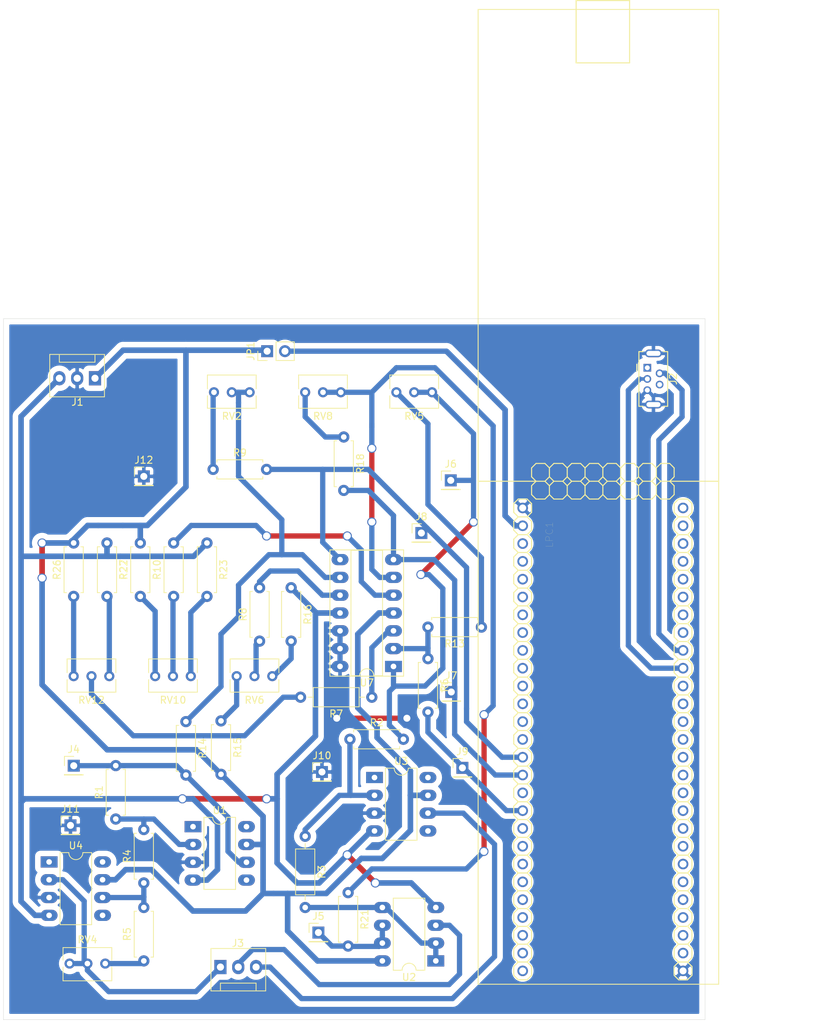
<source format=kicad_pcb>
(kicad_pcb (version 20171130) (host pcbnew "(5.1.10)-1")
  (layers (0 F.Cu signal) (31 B.Cu signal) (34 B.Paste user) (35 F.Paste user) (36 B.SilkS user) (37 F.SilkS user) (38 B.Mask user) (39 F.Mask user) (44 Edge.Cuts user))
  (net 0 "")
  (net 1 +5V)
  (net 2 -5V)
  (net 3 "Net-(J3-Pad3)")
  (net 4 "Net-(J3-Pad2)")
  (net 5 "Net-(J3-Pad1)")
  (net 6 "Net-(R1-Pad1)")
  (net 7 "Net-(R2-Pad1)")
  (net 8 "Net-(R3-Pad2)")
  (net 9 "Net-(R4-Pad1)")
  (net 10 "Net-(R7-Pad1)")
  (net 11 "Net-(R8-Pad1)")
  (net 12 "Net-(R8-Pad2)")
  (net 13 "Net-(R9-Pad1)")
  (net 14 "Net-(R10-Pad1)")
  (net 15 "Net-(R13-Pad2)")
  (net 16 "Net-(R13-Pad1)")
  (net 17 "Net-(R14-Pad1)")
  (net 18 "Net-(R15-Pad1)")
  (net 19 "Net-(R16-Pad2)")
  (net 20 "Net-(R18-Pad1)")
  (net 21 "Net-(R21-Pad1)")
  (net 22 "Net-(R22-Pad1)")
  (net 23 "Net-(R23-Pad2)")
  (net 24 /salida_dac/VIN)
  (net 25 /salida_dac/I_IN)
  (net 26 /salida_dac/V_IN)
  (net 27 GND)
  (net 28 "Net-(R7-Pad2)")
  (net 29 "Net-(R26-Pad1)")
  (net 30 "Net-(R27-Pad2)")
  (net 31 "Net-(J2-Pad2)")
  (net 32 "Net-(J2-Pad3)")
  (net 33 /LPC/DAC)
  (net 34 /LPC/ADC0)
  (net 35 /LPC/ADC1)
  (net 36 "Net-(R10-Pad2)")
  (net 37 "Net-(R5-Pad1)")
  (net 38 "Net-(J2-Pad1)")
  (net 39 "Net-(J2-Pad4)")
  (net 40 "Net-(LPC1-Pad53)")
  (net 41 "Net-(LPC1-Pad52)")
  (net 42 "Net-(LPC1-Pad51)")
  (net 43 "Net-(LPC1-Pad50)")
  (net 44 "Net-(LPC1-Pad49)")
  (net 45 "Net-(LPC1-Pad48)")
  (net 46 "Net-(LPC1-Pad47)")
  (net 47 "Net-(LPC1-Pad46)")
  (net 48 "Net-(LPC1-Pad45)")
  (net 49 "Net-(LPC1-Pad44)")
  (net 50 "Net-(LPC1-Pad43)")
  (net 51 "Net-(LPC1-Pad42)")
  (net 52 "Net-(LPC1-Pad41)")
  (net 53 "Net-(LPC1-Pad40)")
  (net 54 "Net-(LPC1-Pad39)")
  (net 55 "Net-(LPC1-Pad38)")
  (net 56 "Net-(LPC1-Pad35)")
  (net 57 "Net-(LPC1-Pad34)")
  (net 58 "Net-(LPC1-Pad33)")
  (net 59 "Net-(LPC1-Pad32)")
  (net 60 "Net-(LPC1-Pad31)")
  (net 61 "Net-(LPC1-Pad30)")
  (net 62 "Net-(LPC1-Pad29)")
  (net 63 "Net-(LPC1-Pad28)")
  (net 64 "Net-(LPC1-Pad27)")
  (net 65 "Net-(LPC1-Pad26)")
  (net 66 "Net-(LPC1-Pad25)")
  (net 67 "Net-(LPC1-Pad24)")
  (net 68 "Net-(LPC1-Pad23)")
  (net 69 "Net-(LPC1-Pad22)")
  (net 70 "Net-(LPC1-Pad21)")
  (net 71 "Net-(LPC1-Pad20)")
  (net 72 "Net-(LPC1-Pad19)")
  (net 73 "Net-(LPC1-Pad17)")
  (net 74 "Net-(LPC1-Pad14)")
  (net 75 "Net-(LPC1-Pad13)")
  (net 76 "Net-(LPC1-Pad12)")
  (net 77 "Net-(LPC1-Pad11)")
  (net 78 "Net-(LPC1-Pad10)")
  (net 79 "Net-(LPC1-Pad9)")
  (net 80 "Net-(LPC1-Pad8)")
  (net 81 "Net-(LPC1-Pad7)")
  (net 82 "Net-(LPC1-Pad6)")
  (net 83 "Net-(LPC1-Pad5)")
  (net 84 "Net-(LPC1-Pad4)")
  (net 85 "Net-(LPC1-Pad3)")
  (net 86 "Net-(U1-Pad8)")
  (net 87 "Net-(U1-Pad5)")
  (net 88 "Net-(U1-Pad1)")
  (net 89 "Net-(U3-Pad1)")
  (net 90 "Net-(U3-Pad5)")
  (net 91 "Net-(U3-Pad8)")
  (net 92 "Net-(U4-Pad8)")
  (net 93 "Net-(U4-Pad5)")
  (net 94 "Net-(U4-Pad1)")
  (net 95 "Net-(JP1-Pad2)")
  (module Connector_USB:USB_Mini-B_Tensility_54-00023_Vertical (layer F.Cu) (at 164.6566 61.99 270)
    (fp_text reference J2 (at 1.6 -3.7 270) (layer F.SilkS))
    (fp_text value USB_B_Micro)
    (pad 1 thru_hole rect (at 0 0 270) (size 1.1 1.1) (drill 0.7) (layers *.Cu *.Mask) (net 38 "Net-(J2-Pad1)"))
    (pad 2 thru_hole circle (at 0.8 -1.75 270) (size 1.1 1.1) (drill 0.7) (layers *.Cu *.Mask) (net 31 "Net-(J2-Pad2)"))
    (pad 3 thru_hole circle (at 1.6 0 270) (size 1.1 1.1) (drill 0.7) (layers *.Cu *.Mask) (net 32 "Net-(J2-Pad3)"))
    (pad 4 thru_hole circle (at 2.4 -1.75 270) (size 1.1 1.1) (drill 0.7) (layers *.Cu *.Mask) (net 39 "Net-(J2-Pad4)"))
    (pad 5 thru_hole circle (at 3.2 0 270) (size 1.1 1.1) (drill 0.7) (layers *.Cu *.Mask) (net 27 GND))
    (pad 6 thru_hole oval (at -2.05 -0.875 270) (size 1.1 2.4) (drill oval 0.7 2) (layers *.Cu *.Mask) (net 27 GND))
    (pad 6 thru_hole oval (at 5.25 -0.875 270) (size 1.1 2.4) (drill oval 0.7 2) (layers *.Cu *.Mask) (net 27 GND))
  )
  (module LPC:LPCXPRESSO_LPC1769 (layer F.Cu) (at 152.6048 48.3394 270)
    (fp_text reference LPC1 (at 37.465 1.905 270) (layer F.SilkS) (effects (font (thickness 0.015))))
    (fp_text value LPCXPRESSO_LPC1769)
    (pad 54 thru_hole circle (at 99.695 -17.145 270) (size 1.508 1.508) (drill 1) (layers *.Cu *.Mask) (net 27 GND))
    (pad 53 thru_hole circle (at 97.155 -17.145 270) (size 1.508 1.508) (drill 1) (layers *.Cu *.Mask) (net 40 "Net-(LPC1-Pad53)"))
    (pad 52 thru_hole circle (at 94.615 -17.145 270) (size 1.508 1.508) (drill 1) (layers *.Cu *.Mask) (net 41 "Net-(LPC1-Pad52)"))
    (pad 51 thru_hole circle (at 92.075 -17.145 270) (size 1.508 1.508) (drill 1) (layers *.Cu *.Mask) (net 42 "Net-(LPC1-Pad51)"))
    (pad 50 thru_hole circle (at 89.535 -17.145 270) (size 1.508 1.508) (drill 1) (layers *.Cu *.Mask) (net 43 "Net-(LPC1-Pad50)"))
    (pad 49 thru_hole circle (at 86.995 -17.145 270) (size 1.508 1.508) (drill 1) (layers *.Cu *.Mask) (net 44 "Net-(LPC1-Pad49)"))
    (pad 48 thru_hole circle (at 84.455 -17.145 270) (size 1.508 1.508) (drill 1) (layers *.Cu *.Mask) (net 45 "Net-(LPC1-Pad48)"))
    (pad 47 thru_hole circle (at 81.915 -17.145 270) (size 1.508 1.508) (drill 1) (layers *.Cu *.Mask) (net 46 "Net-(LPC1-Pad47)"))
    (pad 46 thru_hole circle (at 79.375 -17.145 270) (size 1.508 1.508) (drill 1) (layers *.Cu *.Mask) (net 47 "Net-(LPC1-Pad46)"))
    (pad 45 thru_hole circle (at 76.835 -17.145 270) (size 1.508 1.508) (drill 1) (layers *.Cu *.Mask) (net 48 "Net-(LPC1-Pad45)"))
    (pad 44 thru_hole circle (at 74.295 -17.145 270) (size 1.508 1.508) (drill 1) (layers *.Cu *.Mask) (net 49 "Net-(LPC1-Pad44)"))
    (pad 43 thru_hole circle (at 71.755 -17.145 270) (size 1.508 1.508) (drill 1) (layers *.Cu *.Mask) (net 50 "Net-(LPC1-Pad43)"))
    (pad 42 thru_hole circle (at 69.215 -17.145 270) (size 1.508 1.508) (drill 1) (layers *.Cu *.Mask) (net 51 "Net-(LPC1-Pad42)"))
    (pad 41 thru_hole circle (at 66.675 -17.145 270) (size 1.508 1.508) (drill 1) (layers *.Cu *.Mask) (net 52 "Net-(LPC1-Pad41)"))
    (pad 40 thru_hole circle (at 64.135 -17.145 270) (size 1.508 1.508) (drill 1) (layers *.Cu *.Mask) (net 53 "Net-(LPC1-Pad40)"))
    (pad 39 thru_hole circle (at 61.595 -17.145 270) (size 1.508 1.508) (drill 1) (layers *.Cu *.Mask) (net 54 "Net-(LPC1-Pad39)"))
    (pad 38 thru_hole circle (at 59.055 -17.145 270) (size 1.508 1.508) (drill 1) (layers *.Cu *.Mask) (net 55 "Net-(LPC1-Pad38)"))
    (pad 37 thru_hole circle (at 56.515 -17.145 270) (size 1.508 1.508) (drill 1) (layers *.Cu *.Mask) (net 32 "Net-(J2-Pad3)"))
    (pad 36 thru_hole circle (at 53.975 -17.145 270) (size 1.508 1.508) (drill 1) (layers *.Cu *.Mask) (net 31 "Net-(J2-Pad2)"))
    (pad 35 thru_hole circle (at 51.435 -17.145 270) (size 1.508 1.508) (drill 1) (layers *.Cu *.Mask) (net 56 "Net-(LPC1-Pad35)"))
    (pad 34 thru_hole circle (at 48.895 -17.145 270) (size 1.508 1.508) (drill 1) (layers *.Cu *.Mask) (net 57 "Net-(LPC1-Pad34)"))
    (pad 33 thru_hole circle (at 46.355 -17.145 270) (size 1.508 1.508) (drill 1) (layers *.Cu *.Mask) (net 58 "Net-(LPC1-Pad33)"))
    (pad 32 thru_hole circle (at 43.815 -17.145 270) (size 1.508 1.508) (drill 1) (layers *.Cu *.Mask) (net 59 "Net-(LPC1-Pad32)"))
    (pad 31 thru_hole circle (at 41.275 -17.145 270) (size 1.508 1.508) (drill 1) (layers *.Cu *.Mask) (net 60 "Net-(LPC1-Pad31)"))
    (pad 30 thru_hole circle (at 38.735 -17.145 270) (size 1.508 1.508) (drill 1) (layers *.Cu *.Mask) (net 61 "Net-(LPC1-Pad30)"))
    (pad 29 thru_hole circle (at 36.195 -17.145 270) (size 1.508 1.508) (drill 1) (layers *.Cu *.Mask) (net 62 "Net-(LPC1-Pad29)"))
    (pad 28 thru_hole circle (at 33.655 -17.145 270) (size 1.508 1.508) (drill 1) (layers *.Cu *.Mask) (net 63 "Net-(LPC1-Pad28)"))
    (pad 27 thru_hole circle (at 99.695 5.715 270) (size 1.508 1.508) (drill 1) (layers *.Cu *.Mask) (net 64 "Net-(LPC1-Pad27)"))
    (pad 26 thru_hole circle (at 97.155 5.715 270) (size 1.508 1.508) (drill 1) (layers *.Cu *.Mask) (net 65 "Net-(LPC1-Pad26)"))
    (pad 25 thru_hole circle (at 94.615 5.715 270) (size 1.508 1.508) (drill 1) (layers *.Cu *.Mask) (net 66 "Net-(LPC1-Pad25)"))
    (pad 24 thru_hole circle (at 92.075 5.715 270) (size 1.508 1.508) (drill 1) (layers *.Cu *.Mask) (net 67 "Net-(LPC1-Pad24)"))
    (pad 23 thru_hole circle (at 89.535 5.715 270) (size 1.508 1.508) (drill 1) (layers *.Cu *.Mask) (net 68 "Net-(LPC1-Pad23)"))
    (pad 22 thru_hole circle (at 86.995 5.715 270) (size 1.508 1.508) (drill 1) (layers *.Cu *.Mask) (net 69 "Net-(LPC1-Pad22)"))
    (pad 21 thru_hole circle (at 84.455 5.715 270) (size 1.508 1.508) (drill 1) (layers *.Cu *.Mask) (net 70 "Net-(LPC1-Pad21)"))
    (pad 20 thru_hole circle (at 81.915 5.715 270) (size 1.508 1.508) (drill 1) (layers *.Cu *.Mask) (net 71 "Net-(LPC1-Pad20)"))
    (pad 19 thru_hole circle (at 79.375 5.715 270) (size 1.508 1.508) (drill 1) (layers *.Cu *.Mask) (net 72 "Net-(LPC1-Pad19)"))
    (pad 18 thru_hole circle (at 76.835 5.715 270) (size 1.508 1.508) (drill 1) (layers *.Cu *.Mask) (net 33 /LPC/DAC))
    (pad 17 thru_hole circle (at 74.295 5.715 270) (size 1.508 1.508) (drill 1) (layers *.Cu *.Mask) (net 73 "Net-(LPC1-Pad17)"))
    (pad 16 thru_hole circle (at 71.755 5.715 270) (size 1.508 1.508) (drill 1) (layers *.Cu *.Mask) (net 35 /LPC/ADC1))
    (pad 15 thru_hole circle (at 69.215 5.715 270) (size 1.508 1.508) (drill 1) (layers *.Cu *.Mask) (net 34 /LPC/ADC0))
    (pad 14 thru_hole circle (at 66.675 5.715 270) (size 1.508 1.508) (drill 1) (layers *.Cu *.Mask) (net 74 "Net-(LPC1-Pad14)"))
    (pad 13 thru_hole circle (at 64.135 5.715 270) (size 1.508 1.508) (drill 1) (layers *.Cu *.Mask) (net 75 "Net-(LPC1-Pad13)"))
    (pad 12 thru_hole circle (at 61.595 5.715 270) (size 1.508 1.508) (drill 1) (layers *.Cu *.Mask) (net 76 "Net-(LPC1-Pad12)"))
    (pad 11 thru_hole circle (at 59.055 5.715 270) (size 1.508 1.508) (drill 1) (layers *.Cu *.Mask) (net 77 "Net-(LPC1-Pad11)"))
    (pad 10 thru_hole circle (at 56.515 5.715 270) (size 1.508 1.508) (drill 1) (layers *.Cu *.Mask) (net 78 "Net-(LPC1-Pad10)"))
    (pad 9 thru_hole circle (at 53.975 5.715 270) (size 1.508 1.508) (drill 1) (layers *.Cu *.Mask) (net 79 "Net-(LPC1-Pad9)"))
    (pad 8 thru_hole circle (at 51.435 5.715 270) (size 1.508 1.508) (drill 1) (layers *.Cu *.Mask) (net 80 "Net-(LPC1-Pad8)"))
    (pad 7 thru_hole circle (at 48.895 5.715 270) (size 1.508 1.508) (drill 1) (layers *.Cu *.Mask) (net 81 "Net-(LPC1-Pad7)"))
    (pad 6 thru_hole circle (at 46.355 5.715 270) (size 1.508 1.508) (drill 1) (layers *.Cu *.Mask) (net 82 "Net-(LPC1-Pad6)"))
    (pad 5 thru_hole circle (at 43.815 5.715 270) (size 1.508 1.508) (drill 1) (layers *.Cu *.Mask) (net 83 "Net-(LPC1-Pad5)"))
    (pad 4 thru_hole circle (at 41.275 5.715 270) (size 1.508 1.508) (drill 1) (layers *.Cu *.Mask) (net 84 "Net-(LPC1-Pad4)"))
    (pad 3 thru_hole circle (at 38.735 5.715 270) (size 1.508 1.508) (drill 1) (layers *.Cu *.Mask) (net 85 "Net-(LPC1-Pad3)"))
    (pad 2 thru_hole circle (at 36.195 5.715 270) (size 1.508 1.508) (drill 1) (layers *.Cu *.Mask) (net 95 "Net-(JP1-Pad2)"))
    (pad 1 thru_hole circle (at 33.655 5.715 270) (size 1.508 1.508) (drill 1) (layers *.Cu *.Mask) (net 27 GND))
  )
  (module Resistor_THT:R_Axial_DIN0207_L6.3mm_D2.5mm_P7.62mm_Horizontal (layer F.Cu) (at 87.6378 86.9904 270)
    (fp_text reference R27 (at 3.81 -2.37 90) (layer F.SilkS))
    (fp_text value 10K)
    (pad 2 thru_hole oval (at 7.62 0 270) (size 1.6 1.6) (drill 0.8) (layers *.Cu *.Mask) (net 30 "Net-(R27-Pad2)"))
    (pad 1 thru_hole circle (at 0 0 270) (size 1.6 1.6) (drill 0.8) (layers *.Cu *.Mask) (net 2 -5V))
  )
  (module Potentiometer_THT:Potentiometer_Bourns_3266Y_Vertical (layer F.Cu) (at 87.3878 146.9904)
    (fp_text reference RV4 (at -2.54 -3.41) (layer F.SilkS))
    (fp_text value 1K)
    (pad 1 thru_hole circle (at 0 0) (size 1.44 1.44) (drill 0.8) (layers *.Cu *.Mask) (net 37 "Net-(R5-Pad1)"))
    (pad 2 thru_hole circle (at -2.54 0) (size 1.44 1.44) (drill 0.8) (layers *.Cu *.Mask) (net 5 "Net-(J3-Pad1)"))
    (pad 3 thru_hole circle (at -5.08 0) (size 1.44 1.44) (drill 0.8) (layers *.Cu *.Mask) (net 5 "Net-(J3-Pad1)"))
  )
  (module Package_DIP:DIP-8_W7.62mm_LongPads (layer F.Cu) (at 134.5078 146.6104 180)
    (fp_text reference U2 (at 3.81 -2.33 180) (layer F.SilkS))
    (fp_text value TL082)
    (pad 8 thru_hole oval (at 7.62 0 180) (size 2.4 1.6) (drill 0.8) (layers *.Cu *.Mask) (net 1 +5V))
    (pad 4 thru_hole oval (at 0 7.62 180) (size 2.4 1.6) (drill 0.8) (layers *.Cu *.Mask) (net 2 -5V))
    (pad 7 thru_hole oval (at 7.62 2.54 180) (size 2.4 1.6) (drill 0.8) (layers *.Cu *.Mask) (net 26 /salida_dac/V_IN))
    (pad 3 thru_hole oval (at 0 5.08 180) (size 2.4 1.6) (drill 0.8) (layers *.Cu *.Mask) (net 4 "Net-(J3-Pad2)"))
    (pad 6 thru_hole oval (at 7.62 5.08 180) (size 2.4 1.6) (drill 0.8) (layers *.Cu *.Mask) (net 26 /salida_dac/V_IN))
    (pad 2 thru_hole oval (at 0 2.54 180) (size 2.4 1.6) (drill 0.8) (layers *.Cu *.Mask) (net 8 "Net-(R3-Pad2)"))
    (pad 5 thru_hole oval (at 7.62 7.62 180) (size 2.4 1.6) (drill 0.8) (layers *.Cu *.Mask) (net 8 "Net-(R3-Pad2)"))
    (pad 1 thru_hole rect (at 0 0 180) (size 2.4 1.6) (drill 0.8) (layers *.Cu *.Mask) (net 8 "Net-(R3-Pad2)"))
  )
  (module Resistor_THT:R_Axial_DIN0207_L6.3mm_D2.5mm_P7.62mm_Horizontal (layer F.Cu) (at 121.3878 71.8704 270)
    (fp_text reference R18 (at 3.81 -2.37 270) (layer F.SilkS))
    (fp_text value 4K7)
    (pad 2 thru_hole oval (at 7.62 0 270) (size 1.6 1.6) (drill 0.8) (layers *.Cu *.Mask) (net 35 /LPC/ADC1))
    (pad 1 thru_hole circle (at 0 0 270) (size 1.6 1.6) (drill 0.8) (layers *.Cu *.Mask) (net 20 "Net-(R18-Pad1)"))
  )
  (module Resistor_THT:R_Axial_DIN0207_L6.3mm_D2.5mm_P7.62mm_Horizontal (layer F.Cu) (at 101.8878 86.9904 270)
    (fp_text reference R23 (at 3.81 -2.37 270) (layer F.SilkS))
    (fp_text value 15K)
    (pad 1 thru_hole circle (at 0 0 270) (size 1.6 1.6) (drill 0.8) (layers *.Cu *.Mask) (net 2 -5V))
    (pad 2 thru_hole oval (at 7.62 0 270) (size 1.6 1.6) (drill 0.8) (layers *.Cu *.Mask) (net 23 "Net-(R23-Pad2)"))
  )
  (module Resistor_THT:R_Axial_DIN0207_L6.3mm_D2.5mm_P7.62mm_Horizontal (layer F.Cu) (at 97.1378 94.6104 90)
    (fp_text reference R10 (at 3.81 -2.37 90) (layer F.SilkS))
    (fp_text value 1K)
    (pad 2 thru_hole oval (at 7.62 0 90) (size 1.6 1.6) (drill 0.8) (layers *.Cu *.Mask) (net 36 "Net-(R10-Pad2)"))
    (pad 1 thru_hole circle (at 0 0 90) (size 1.6 1.6) (drill 0.8) (layers *.Cu *.Mask) (net 14 "Net-(R10-Pad1)"))
  )
  (module Resistor_THT:R_Axial_DIN0207_L6.3mm_D2.5mm_P7.62mm_Horizontal (layer F.Cu) (at 92.3878 94.6104 90)
    (fp_text reference R22 (at 3.81 -2.37 270) (layer F.SilkS))
    (fp_text value 10K)
    (pad 2 thru_hole oval (at 7.62 0 90) (size 1.6 1.6) (drill 0.8) (layers *.Cu *.Mask) (net 1 +5V))
    (pad 1 thru_hole circle (at 0 0 90) (size 1.6 1.6) (drill 0.8) (layers *.Cu *.Mask) (net 22 "Net-(R22-Pad1)"))
  )
  (module Resistor_THT:R_Axial_DIN0207_L6.3mm_D2.5mm_P7.62mm_Horizontal (layer F.Cu) (at 102.7678 76.4904)
    (fp_text reference R9 (at 3.81 -2.37) (layer F.SilkS))
    (fp_text value 10K)
    (pad 2 thru_hole oval (at 7.62 0) (size 1.6 1.6) (drill 0.8) (layers *.Cu *.Mask) (net 34 /LPC/ADC0))
    (pad 1 thru_hole circle (at 0 0) (size 1.6 1.6) (drill 0.8) (layers *.Cu *.Mask) (net 13 "Net-(R9-Pad1)"))
  )
  (module Resistor_THT:R_Axial_DIN0207_L6.3mm_D2.5mm_P7.62mm_Horizontal (layer F.Cu) (at 113.8878 93.3704 270)
    (fp_text reference R16 (at 3.81 -2.37 270) (layer F.SilkS))
    (fp_text value 1K)
    (pad 1 thru_hole circle (at 0 0 270) (size 1.6 1.6) (drill 0.8) (layers *.Cu *.Mask) (net 2 -5V))
    (pad 2 thru_hole oval (at 7.62 0 270) (size 1.6 1.6) (drill 0.8) (layers *.Cu *.Mask) (net 19 "Net-(R16-Pad2)"))
  )
  (module Potentiometer_THT:Potentiometer_Bourns_3266Y_Vertical (layer F.Cu) (at 106.1228 105.9904 180)
    (fp_text reference RV6 (at -2.54 -3.41) (layer F.SilkS))
    (fp_text value 1K)
    (pad 3 thru_hole circle (at -5.08 0 180) (size 1.44 1.44) (drill 0.8) (layers *.Cu *.Mask) (net 19 "Net-(R16-Pad2)"))
    (pad 2 thru_hole circle (at -2.54 0 180) (size 1.44 1.44) (drill 0.8) (layers *.Cu *.Mask) (net 11 "Net-(R8-Pad1)"))
    (pad 1 thru_hole circle (at 0 0 180) (size 1.44 1.44) (drill 0.8) (layers *.Cu *.Mask) (net 18 "Net-(R15-Pad1)"))
  )
  (module Resistor_THT:R_Axial_DIN0207_L6.3mm_D2.5mm_P7.62mm_Horizontal (layer F.Cu) (at 88.8878 126.3704 90)
    (fp_text reference R1 (at 3.81 -2.37 270) (layer F.SilkS))
    (fp_text value 33K)
    (pad 1 thru_hole circle (at 0 0 90) (size 1.6 1.6) (drill 0.8) (layers *.Cu *.Mask) (net 6 "Net-(R1-Pad1)"))
    (pad 2 thru_hole oval (at 7.62 0 90) (size 1.6 1.6) (drill 0.8) (layers *.Cu *.Mask) (net 25 /salida_dac/I_IN))
  )
  (module Package_DIP:DIP-8_W7.62mm_LongPads (layer F.Cu) (at 125.7678 120.4504)
    (fp_text reference U3 (at 3.81 -2.33) (layer F.SilkS))
    (fp_text value OP77)
    (pad 1 thru_hole rect (at 0 0) (size 2.4 1.6) (drill 0.8) (layers *.Cu *.Mask) (net 89 "Net-(U3-Pad1)"))
    (pad 5 thru_hole oval (at 7.62 7.62) (size 2.4 1.6) (drill 0.8) (layers *.Cu *.Mask) (net 90 "Net-(U3-Pad5)"))
    (pad 2 thru_hole oval (at 0 2.54) (size 2.4 1.6) (drill 0.8) (layers *.Cu *.Mask) (net 7 "Net-(R2-Pad1)"))
    (pad 6 thru_hole oval (at 7.62 5.08) (size 2.4 1.6) (drill 0.8) (layers *.Cu *.Mask) (net 3 "Net-(J3-Pad3)"))
    (pad 3 thru_hole oval (at 0 5.08) (size 2.4 1.6) (drill 0.8) (layers *.Cu *.Mask) (net 27 GND))
    (pad 7 thru_hole oval (at 7.62 2.54) (size 2.4 1.6) (drill 0.8) (layers *.Cu *.Mask) (net 1 +5V))
    (pad 4 thru_hole oval (at 0 7.62) (size 2.4 1.6) (drill 0.8) (layers *.Cu *.Mask) (net 2 -5V))
    (pad 8 thru_hole oval (at 7.62 0) (size 2.4 1.6) (drill 0.8) (layers *.Cu *.Mask) (net 91 "Net-(U3-Pad8)"))
  )
  (module Resistor_THT:R_Axial_DIN0207_L6.3mm_D2.5mm_P7.62mm_Horizontal (layer F.Cu) (at 141.0078 98.9904 180)
    (fp_text reference R13 (at 3.81 -2.37 180) (layer F.SilkS))
    (fp_text value 5K6)
    (pad 2 thru_hole oval (at 7.62 0 180) (size 1.6 1.6) (drill 0.8) (layers *.Cu *.Mask) (net 15 "Net-(R13-Pad2)"))
    (pad 1 thru_hole circle (at 0 0 180) (size 1.6 1.6) (drill 0.8) (layers *.Cu *.Mask) (net 16 "Net-(R13-Pad1)"))
  )
  (module Connector:FanPinHeader_1x03_P2.54mm_Vertical (layer F.Cu) (at 85.9278 63.4904 180)
    (fp_text reference J1 (at 2.5 -3.4) (layer F.SilkS))
    (fp_text value Conn_01x03_Female)
    (pad 1 thru_hole rect (at 0 0 270) (size 2.03 1.73) (drill 1.02) (layers *.Cu *.Mask) (net 1 +5V))
    (pad 2 thru_hole oval (at 2.54 0 270) (size 2.03 1.73) (drill 1.02) (layers *.Cu *.Mask) (net 27 GND))
    (pad 3 thru_hole oval (at 5.08 0 270) (size 2.03 1.73) (drill 1.02) (layers *.Cu *.Mask) (net 2 -5V))
  )
  (module Potentiometer_THT:Potentiometer_Bourns_3266Y_Vertical (layer F.Cu) (at 102.8878 65.4904 180)
    (fp_text reference RV2 (at -2.54 -3.41 180) (layer F.SilkS))
    (fp_text value R_POT)
    (pad 3 thru_hole circle (at -5.08 0 180) (size 1.44 1.44) (drill 0.8) (layers *.Cu *.Mask) (net 17 "Net-(R14-Pad1)"))
    (pad 2 thru_hole circle (at -2.54 0 180) (size 1.44 1.44) (drill 0.8) (layers *.Cu *.Mask) (net 17 "Net-(R14-Pad1)"))
    (pad 1 thru_hole circle (at 0 0 180) (size 1.44 1.44) (drill 0.8) (layers *.Cu *.Mask) (net 13 "Net-(R9-Pad1)"))
  )
  (module Resistor_THT:R_Axial_DIN0207_L6.3mm_D2.5mm_P7.62mm_Horizontal (layer F.Cu) (at 82.8878 94.6104 90)
    (fp_text reference R26 (at 3.81 -2.37 270) (layer F.SilkS))
    (fp_text value 8.2K)
    (pad 1 thru_hole circle (at 0 0 90) (size 1.6 1.6) (drill 0.8) (layers *.Cu *.Mask) (net 29 "Net-(R26-Pad1)"))
    (pad 2 thru_hole oval (at 7.62 0 90) (size 1.6 1.6) (drill 0.8) (layers *.Cu *.Mask) (net 1 +5V))
  )
  (module Resistor_THT:R_Axial_DIN0207_L6.3mm_D2.5mm_P7.62mm_Horizontal (layer F.Cu) (at 133.3878 103.4904 270)
    (fp_text reference R6 (at 3.81 -2.37 270) (layer F.SilkS))
    (fp_text value 10K)
    (pad 2 thru_hole oval (at 7.62 0 270) (size 1.6 1.6) (drill 0.8) (layers *.Cu *.Mask) (net 33 /LPC/DAC))
    (pad 1 thru_hole circle (at 0 0 270) (size 1.6 1.6) (drill 0.8) (layers *.Cu *.Mask) (net 15 "Net-(R13-Pad2)"))
  )
  (module Package_DIP:DIP-8_W7.62mm_LongPads (layer F.Cu) (at 99.8998 127.4604)
    (fp_text reference U1 (at 3.81 -2.33 180) (layer F.SilkS))
    (fp_text value OP77)
    (pad 8 thru_hole oval (at 7.62 0) (size 2.4 1.6) (drill 0.8) (layers *.Cu *.Mask) (net 86 "Net-(U1-Pad8)"))
    (pad 4 thru_hole oval (at 0 7.62) (size 2.4 1.6) (drill 0.8) (layers *.Cu *.Mask) (net 2 -5V))
    (pad 7 thru_hole oval (at 7.62 2.54) (size 2.4 1.6) (drill 0.8) (layers *.Cu *.Mask) (net 1 +5V))
    (pad 3 thru_hole oval (at 0 5.08) (size 2.4 1.6) (drill 0.8) (layers *.Cu *.Mask) (net 27 GND))
    (pad 6 thru_hole oval (at 7.62 5.08) (size 2.4 1.6) (drill 0.8) (layers *.Cu *.Mask) (net 25 /salida_dac/I_IN))
    (pad 2 thru_hole oval (at 0 2.54) (size 2.4 1.6) (drill 0.8) (layers *.Cu *.Mask) (net 6 "Net-(R1-Pad1)"))
    (pad 5 thru_hole oval (at 7.62 7.62) (size 2.4 1.6) (drill 0.8) (layers *.Cu *.Mask) (net 87 "Net-(U1-Pad5)"))
    (pad 1 thru_hole rect (at 0 0) (size 2.4 1.6) (drill 0.8) (layers *.Cu *.Mask) (net 88 "Net-(U1-Pad1)"))
  )
  (module Potentiometer_THT:Potentiometer_Bourns_3266Y_Vertical (layer F.Cu) (at 82.8878 105.9904 180)
    (fp_text reference RV12 (at -2.54 -3.41 180) (layer F.SilkS))
    (fp_text value 1K)
    (pad 1 thru_hole circle (at 0 0 180) (size 1.44 1.44) (drill 0.8) (layers *.Cu *.Mask) (net 29 "Net-(R26-Pad1)"))
    (pad 2 thru_hole circle (at -2.54 0 180) (size 1.44 1.44) (drill 0.8) (layers *.Cu *.Mask) (net 28 "Net-(R7-Pad2)"))
    (pad 3 thru_hole circle (at -5.08 0 180) (size 1.44 1.44) (drill 0.8) (layers *.Cu *.Mask) (net 30 "Net-(R27-Pad2)"))
  )
  (module Package_DIP:DIP-8_W7.62mm_LongPads (layer F.Cu) (at 79.3878 132.4904)
    (fp_text reference U4 (at 3.81 -2.33 180) (layer F.SilkS))
    (fp_text value OP77)
    (pad 8 thru_hole oval (at 7.62 0) (size 2.4 1.6) (drill 0.8) (layers *.Cu *.Mask) (net 92 "Net-(U4-Pad8)"))
    (pad 4 thru_hole oval (at 0 7.62) (size 2.4 1.6) (drill 0.8) (layers *.Cu *.Mask) (net 2 -5V))
    (pad 7 thru_hole oval (at 7.62 2.54) (size 2.4 1.6) (drill 0.8) (layers *.Cu *.Mask) (net 1 +5V))
    (pad 3 thru_hole oval (at 0 5.08) (size 2.4 1.6) (drill 0.8) (layers *.Cu *.Mask) (net 27 GND))
    (pad 6 thru_hole oval (at 7.62 5.08) (size 2.4 1.6) (drill 0.8) (layers *.Cu *.Mask) (net 9 "Net-(R4-Pad1)"))
    (pad 2 thru_hole oval (at 0 2.54) (size 2.4 1.6) (drill 0.8) (layers *.Cu *.Mask) (net 5 "Net-(J3-Pad1)"))
    (pad 5 thru_hole oval (at 7.62 7.62) (size 2.4 1.6) (drill 0.8) (layers *.Cu *.Mask) (net 93 "Net-(U4-Pad5)"))
    (pad 1 thru_hole rect (at 0 0) (size 2.4 1.6) (drill 0.8) (layers *.Cu *.Mask) (net 94 "Net-(U4-Pad1)"))
  )
  (module Resistor_THT:R_Axial_DIN0207_L6.3mm_D2.5mm_P7.62mm_Horizontal (layer F.Cu) (at 92.8878 135.4904 90)
    (fp_text reference R4 (at 3.81 -2.37 90) (layer F.SilkS))
    (fp_text value 10K)
    (pad 2 thru_hole oval (at 7.62 0 90) (size 1.6 1.6) (drill 0.8) (layers *.Cu *.Mask) (net 6 "Net-(R1-Pad1)"))
    (pad 1 thru_hole circle (at 0 0 90) (size 1.6 1.6) (drill 0.8) (layers *.Cu *.Mask) (net 9 "Net-(R4-Pad1)"))
  )
  (module Resistor_THT:R_Axial_DIN0207_L6.3mm_D2.5mm_P7.62mm_Horizontal (layer F.Cu) (at 92.8878 146.6104 90)
    (fp_text reference R5 (at 3.81 -2.37 270) (layer F.SilkS))
    (fp_text value 0K)
    (pad 2 thru_hole oval (at 7.62 0 90) (size 1.6 1.6) (drill 0.8) (layers *.Cu *.Mask) (net 9 "Net-(R4-Pad1)"))
    (pad 1 thru_hole circle (at 0 0 90) (size 1.6 1.6) (drill 0.8) (layers *.Cu *.Mask) (net 37 "Net-(R5-Pad1)"))
  )
  (module Connector:FanPinHeader_1x03_P2.54mm_Vertical (layer F.Cu) (at 103.8078 147.4904)
    (fp_text reference J3 (at 2.5 -3.4 -180) (layer F.SilkS))
    (fp_text value Conn_01x03_Male)
    (pad 1 thru_hole rect (at 0 0 90) (size 2.03 1.73) (drill 1.02) (layers *.Cu *.Mask) (net 5 "Net-(J3-Pad1)"))
    (pad 2 thru_hole oval (at 2.54 0 90) (size 2.03 1.73) (drill 1.02) (layers *.Cu *.Mask) (net 4 "Net-(J3-Pad2)"))
    (pad 3 thru_hole oval (at 5.08 0 90) (size 2.03 1.73) (drill 1.02) (layers *.Cu *.Mask) (net 3 "Net-(J3-Pad3)"))
  )
  (module Resistor_THT:R_Axial_DIN0207_L6.3mm_D2.5mm_P7.62mm_Horizontal (layer F.Cu) (at 103.8878 112.3704 270)
    (fp_text reference R15 (at 3.81 -2.37 90) (layer F.SilkS))
    (fp_text value 10K)
    (pad 2 thru_hole oval (at 7.62 0 270) (size 1.6 1.6) (drill 0.8) (layers *.Cu *.Mask) (net 1 +5V))
    (pad 1 thru_hole circle (at 0 0 270) (size 1.6 1.6) (drill 0.8) (layers *.Cu *.Mask) (net 18 "Net-(R15-Pad1)"))
  )
  (module Resistor_THT:R_Axial_DIN0207_L6.3mm_D2.5mm_P7.62mm_Horizontal (layer F.Cu) (at 98.8878 112.4744 270)
    (fp_text reference R14 (at 3.81 -2.37 270) (layer F.SilkS))
    (fp_text value 10K)
    (pad 1 thru_hole circle (at 0 0 270) (size 1.6 1.6) (drill 0.8) (layers *.Cu *.Mask) (net 17 "Net-(R14-Pad1)"))
    (pad 2 thru_hole oval (at 7.62 0 270) (size 1.6 1.6) (drill 0.8) (layers *.Cu *.Mask) (net 25 /salida_dac/I_IN))
  )
  (module Resistor_THT:R_Axial_DIN0207_L6.3mm_D2.5mm_P7.62mm_Horizontal (layer F.Cu) (at 122.0078 136.8704 270)
    (fp_text reference R21 (at 3.81 -2.37 270) (layer F.SilkS))
    (fp_text value 1K)
    (pad 1 thru_hole circle (at 0 0 270) (size 1.6 1.6) (drill 0.8) (layers *.Cu *.Mask) (net 21 "Net-(R21-Pad1)"))
    (pad 2 thru_hole oval (at 7.62 0 270) (size 1.6 1.6) (drill 0.8) (layers *.Cu *.Mask) (net 26 /salida_dac/V_IN))
  )
  (module Potentiometer_THT:Potentiometer_Bourns_3266Y_Vertical (layer F.Cu) (at 115.8878 65.4904 180)
    (fp_text reference RV8 (at -2.54 -3.41) (layer F.SilkS))
    (fp_text value 1K)
    (pad 3 thru_hole circle (at -5.08 0 180) (size 1.44 1.44) (drill 0.8) (layers *.Cu *.Mask) (net 21 "Net-(R21-Pad1)"))
    (pad 2 thru_hole circle (at -2.54 0 180) (size 1.44 1.44) (drill 0.8) (layers *.Cu *.Mask) (net 21 "Net-(R21-Pad1)"))
    (pad 1 thru_hole circle (at 0 0 180) (size 1.44 1.44) (drill 0.8) (layers *.Cu *.Mask) (net 20 "Net-(R18-Pad1)"))
  )
  (module Package_DIP:DIP-14_W7.62mm_Socket_LongPads (layer F.Cu) (at 128.4748 104.6004 180)
    (fp_text reference U7 (at 3.81 -2.33) (layer F.SilkS))
    (fp_text value TL064)
    (pad 14 thru_hole oval (at 7.62 0 180) (size 2.4 1.6) (drill 0.8) (layers *.Cu *.Mask) (net 27 GND))
    (pad 7 thru_hole oval (at 0 15.24 180) (size 2.4 1.6) (drill 0.8) (layers *.Cu *.Mask) (net 35 /LPC/ADC1))
    (pad 13 thru_hole oval (at 7.62 2.54 180) (size 2.4 1.6) (drill 0.8) (layers *.Cu *.Mask) (net 27 GND))
    (pad 6 thru_hole oval (at 0 12.7 180) (size 2.4 1.6) (drill 0.8) (layers *.Cu *.Mask) (net 21 "Net-(R21-Pad1)"))
    (pad 12 thru_hole oval (at 7.62 5.08 180) (size 2.4 1.6) (drill 0.8) (layers *.Cu *.Mask) (net 27 GND))
    (pad 5 thru_hole oval (at 0 10.16 180) (size 2.4 1.6) (drill 0.8) (layers *.Cu *.Mask) (net 36 "Net-(R10-Pad2)"))
    (pad 11 thru_hole oval (at 7.62 7.62 180) (size 2.4 1.6) (drill 0.8) (layers *.Cu *.Mask) (net 2 -5V))
    (pad 4 thru_hole oval (at 0 7.62 180) (size 2.4 1.6) (drill 0.8) (layers *.Cu *.Mask) (net 1 +5V))
    (pad 10 thru_hole oval (at 7.62 10.16 180) (size 2.4 1.6) (drill 0.8) (layers *.Cu *.Mask) (net 12 "Net-(R8-Pad2)"))
    (pad 3 thru_hole oval (at 0 5.08 180) (size 2.4 1.6) (drill 0.8) (layers *.Cu *.Mask) (net 10 "Net-(R7-Pad1)"))
    (pad 9 thru_hole oval (at 7.62 12.7 180) (size 2.4 1.6) (drill 0.8) (layers *.Cu *.Mask) (net 17 "Net-(R14-Pad1)"))
    (pad 2 thru_hole oval (at 0 2.54 180) (size 2.4 1.6) (drill 0.8) (layers *.Cu *.Mask) (net 15 "Net-(R13-Pad2)"))
    (pad 8 thru_hole oval (at 7.62 15.24 180) (size 2.4 1.6) (drill 0.8) (layers *.Cu *.Mask) (net 34 /LPC/ADC0))
    (pad 1 thru_hole rect (at 0 0 180) (size 2.4 1.6) (drill 0.8) (layers *.Cu *.Mask) (net 24 /salida_dac/VIN))
  )
  (module Potentiometer_THT:Potentiometer_Bourns_3266Y_Vertical (layer F.Cu) (at 128.8878 65.4904 180)
    (fp_text reference RV5 (at -2.54 -3.41) (layer F.SilkS))
    (fp_text value 1K)
    (pad 1 thru_hole circle (at 0 0 180) (size 1.44 1.44) (drill 0.8) (layers *.Cu *.Mask) (net 16 "Net-(R13-Pad1)"))
    (pad 2 thru_hole circle (at -2.54 0 180) (size 1.44 1.44) (drill 0.8) (layers *.Cu *.Mask) (net 24 /salida_dac/VIN))
    (pad 3 thru_hole circle (at -5.08 0 180) (size 1.44 1.44) (drill 0.8) (layers *.Cu *.Mask) (net 24 /salida_dac/VIN))
  )
  (module Potentiometer_THT:Potentiometer_Bourns_3266Y_Vertical (layer F.Cu) (at 94.5053 105.9904 180)
    (fp_text reference RV10 (at -2.54 -3.41 180) (layer F.SilkS))
    (fp_text value 1K)
    (pad 1 thru_hole circle (at 0 0 180) (size 1.44 1.44) (drill 0.8) (layers *.Cu *.Mask) (net 22 "Net-(R22-Pad1)"))
    (pad 2 thru_hole circle (at -2.54 0 180) (size 1.44 1.44) (drill 0.8) (layers *.Cu *.Mask) (net 14 "Net-(R10-Pad1)"))
    (pad 3 thru_hole circle (at -5.08 0 180) (size 1.44 1.44) (drill 0.8) (layers *.Cu *.Mask) (net 23 "Net-(R23-Pad2)"))
  )
  (module Resistor_THT:R_Axial_DIN0207_L6.3mm_D2.5mm_P7.62mm_Horizontal (layer F.Cu) (at 109.3878 100.9904 90)
    (fp_text reference R8 (at 3.81 -2.37 90) (layer F.SilkS))
    (fp_text value 10K)
    (pad 1 thru_hole circle (at 0 0 90) (size 1.6 1.6) (drill 0.8) (layers *.Cu *.Mask) (net 11 "Net-(R8-Pad1)"))
    (pad 2 thru_hole oval (at 7.62 0 90) (size 1.6 1.6) (drill 0.8) (layers *.Cu *.Mask) (net 12 "Net-(R8-Pad2)"))
  )
  (module Resistor_THT:R_Axial_DIN0207_L6.3mm_D2.5mm_P10.16mm_Horizontal (layer F.Cu) (at 125.3878 108.9904 180)
    (fp_text reference R7 (at 5.08 -2.37) (layer F.SilkS))
    (fp_text value 10K)
    (pad 2 thru_hole oval (at 10.16 0 180) (size 1.6 1.6) (drill 0.8) (layers *.Cu *.Mask) (net 28 "Net-(R7-Pad2)"))
    (pad 1 thru_hole circle (at 0 0 180) (size 1.6 1.6) (drill 0.8) (layers *.Cu *.Mask) (net 10 "Net-(R7-Pad1)"))
  )
  (module Resistor_THT:R_Axial_DIN0207_L6.3mm_D2.5mm_P7.62mm_Horizontal (layer F.Cu) (at 122.2678 114.9904)
    (fp_text reference R2 (at 3.81 -2.37) (layer F.SilkS))
    (fp_text value 100K)
    (pad 1 thru_hole circle (at 0 0) (size 1.6 1.6) (drill 0.8) (layers *.Cu *.Mask) (net 7 "Net-(R2-Pad1)"))
    (pad 2 thru_hole oval (at 7.62 0) (size 1.6 1.6) (drill 0.8) (layers *.Cu *.Mask) (net 24 /salida_dac/VIN))
  )
  (module Resistor_THT:R_Axial_DIN0207_L6.3mm_D2.5mm_P10.16mm_Horizontal (layer F.Cu) (at 115.8878 128.8304 270)
    (fp_text reference R3 (at 5.08 -2.37 90) (layer F.SilkS))
    (fp_text value 100K)
    (pad 1 thru_hole circle (at 0 0 270) (size 1.6 1.6) (drill 0.8) (layers *.Cu *.Mask) (net 7 "Net-(R2-Pad1)"))
    (pad 2 thru_hole oval (at 10.16 0 270) (size 1.6 1.6) (drill 0.8) (layers *.Cu *.Mask) (net 8 "Net-(R3-Pad2)"))
  )
  (module Connector_PinHeader_2.54mm:PinHeader_1x01_P2.54mm_Vertical (layer F.Cu) (at 82.89908 118.76154)
    (fp_text reference J4 (at 0 -2.33) (layer F.SilkS))
    (fp_text value Conn_01x01_Female)
    (pad 1 thru_hole rect (at 0 0) (size 1.7 1.7) (drill 1) (layers *.Cu *.Mask) (net 25 /salida_dac/I_IN))
  )
  (module Connector_PinHeader_2.54mm:PinHeader_1x01_P2.54mm_Vertical (layer F.Cu) (at 117.77328 142.56896)
    (fp_text reference J5 (at 0 -2.33) (layer F.SilkS))
    (fp_text value Conn_01x01_Female)
    (pad 1 thru_hole rect (at 0 0) (size 1.7 1.7) (drill 1) (layers *.Cu *.Mask) (net 26 /salida_dac/V_IN))
  )
  (module Connector_PinHeader_2.54mm:PinHeader_1x01_P2.54mm_Vertical (layer F.Cu) (at 136.6378 78.0555)
    (fp_text reference J6 (at 0 -2.33) (layer F.SilkS))
    (fp_text value Conn_01x01_Female)
    (pad 1 thru_hole rect (at 0 0) (size 1.7 1.7) (drill 1) (layers *.Cu *.Mask) (net 24 /salida_dac/VIN))
  )
  (module Connector_PinHeader_2.54mm:PinHeader_1x01_P2.54mm_Vertical (layer F.Cu) (at 136.71406 108.24594)
    (fp_text reference J7 (at 0 -2.33) (layer F.SilkS))
    (fp_text value Conn_01x01_Female)
    (pad 1 thru_hole rect (at 0 0) (size 1.7 1.7) (drill 1) (layers *.Cu *.Mask) (net 35 /LPC/ADC1))
  )
  (module Connector_PinHeader_2.54mm:PinHeader_1x01_P2.54mm_Vertical (layer F.Cu) (at 132.45194 85.56882)
    (fp_text reference J8 (at 0 -2.33) (layer F.SilkS))
    (fp_text value Conn_01x01_Female)
    (pad 1 thru_hole rect (at 0 0) (size 1.7 1.7) (drill 1) (layers *.Cu *.Mask) (net 34 /LPC/ADC0))
  )
  (module Connector_PinHeader_2.54mm:PinHeader_1x01_P2.54mm_Vertical (layer F.Cu) (at 138.29648 119.07142)
    (fp_text reference J9 (at 0 -2.33) (layer F.SilkS))
    (fp_text value Conn_01x01_Female)
    (pad 1 thru_hole rect (at 0 0) (size 1.7 1.7) (drill 1) (layers *.Cu *.Mask) (net 33 /LPC/DAC))
  )
  (module Connector_PinHeader_2.54mm:PinHeader_1x02_P2.54mm_Vertical (layer F.Cu) (at 110.4657 59.6278 90)
    (fp_text reference JP1 (at 0 -2.33 90) (layer F.SilkS))
    (fp_text value Jumper)
    (pad 1 thru_hole rect (at 0 0 90) (size 1.7 1.7) (drill 1) (layers *.Cu *.Mask) (net 1 +5V))
    (pad 2 thru_hole oval (at 0 2.54 90) (size 1.7 1.7) (drill 1) (layers *.Cu *.Mask) (net 95 "Net-(JP1-Pad2)"))
  )
  (module Connector_PinHeader_2.54mm:PinHeader_1x01_P2.54mm_Vertical (layer F.Cu) (at 118.28128 119.65816)
    (fp_text reference J10 (at 0 -2.33) (layer F.SilkS))
    (fp_text value Conn_01x01_Female)
    (pad 1 thru_hole rect (at 0 0) (size 1.7 1.7) (drill 1) (layers *.Cu *.Mask) (net 27 GND))
  )
  (module Connector_PinHeader_2.54mm:PinHeader_1x01_P2.54mm_Vertical (layer F.Cu) (at 82.43172 127.27816)
    (fp_text reference J11 (at 0 -2.33) (layer F.SilkS))
    (fp_text value Conn_01x01_Female)
    (pad 1 thru_hole rect (at 0 0) (size 1.7 1.7) (drill 1) (layers *.Cu *.Mask) (net 27 GND))
  )
  (module Connector_PinHeader_2.54mm:PinHeader_1x01_P2.54mm_Vertical (layer F.Cu) (at 92.8878 77.4904)
    (fp_text reference J12 (at 0 -2.33) (layer F.SilkS))
    (fp_text value Conn_01x01_Female)
    (pad 1 thru_hole rect (at 0 0) (size 1.7 1.7) (drill 1) (layers *.Cu *.Mask) (net 27 GND))
  )
  (gr_line (start 72.8878 54.9904) (end 172.8878 54.9904) (layer Edge.Cuts) (width 0.05))
  (gr_line (start 172.8878 154.9904) (end 172.8878 54.9904) (layer Edge.Cuts) (width 0.05))
  (gr_line (start 172.8878 154.9904) (end 72.8878 154.9904) (layer Edge.Cuts) (width 0.05))
  (gr_line (start 72.8878 55.0304) (end 72.8878 155.0304) (layer Edge.Cuts) (width 0.05))
  (segment (start 82.8878 86.4904) (end 82.8878 86.9904) (width 0.8) (layer B.Cu) (net 1))
  (segment (start 84.8878 84.4904) (end 82.8878 86.4904) (width 0.8) (layer B.Cu) (net 1))
  (segment (start 86.3878 84.4904) (end 84.8878 84.4904) (width 0.8) (layer B.Cu) (net 1))
  (segment (start 89.8878 84.4904) (end 86.3878 84.4904) (width 0.8) (layer B.Cu) (net 1))
  (segment (start 104.3878 120.4904) (end 103.8878 119.9904) (width 0.8) (layer B.Cu) (net 1))
  (via (at 78.3878 91.9904) (size 1.3) (drill 1) (layers F.Cu B.Cu) (net 1))
  (via (at 78.3878 86.9904) (size 1.3) (drill 1) (layers F.Cu B.Cu) (net 1))
  (segment (start 78.3878 91.9904) (end 78.3878 86.9904) (width 0.8) (layer F.Cu) (net 1))
  (segment (start 78.3878 86.9904) (end 82.8878 86.9904) (width 0.8) (layer B.Cu) (net 1))
  (segment (start 78.3878 107.210398) (end 78.3878 91.9904) (width 0.8) (layer B.Cu) (net 1))
  (segment (start 87.667802 116.4904) (end 78.3878 107.210398) (width 0.8) (layer B.Cu) (net 1))
  (segment (start 100.3878 116.4904) (end 87.667802 116.4904) (width 0.8) (layer B.Cu) (net 1))
  (segment (start 103.8878 119.9904) (end 100.3878 116.4904) (width 0.8) (layer B.Cu) (net 1))
  (segment (start 133.3878 122.9904) (end 132.287802 122.9904) (width 0.8) (layer B.Cu) (net 1))
  (segment (start 108.3978 130.0004) (end 107.5198 130.0004) (width 0.8) (layer B.Cu) (net 1))
  (segment (start 109.8878 125.9904) (end 103.8878 119.9904) (width 0.8) (layer B.Cu) (net 1))
  (segment (start 109.8778 130.0004) (end 109.8878 129.9904) (width 0.8) (layer B.Cu) (net 1))
  (segment (start 107.5198 130.0004) (end 109.8778 130.0004) (width 0.8) (layer B.Cu) (net 1))
  (segment (start 109.8878 129.9904) (end 109.8878 125.9904) (width 0.8) (layer B.Cu) (net 1))
  (segment (start 109.8878 134.9904) (end 109.8878 129.9904) (width 0.8) (layer B.Cu) (net 1))
  (segment (start 109.8878 135.4904) (end 109.8878 134.9904) (width 0.8) (layer B.Cu) (net 1))
  (segment (start 111.3878 136.9904) (end 109.8878 136.9904) (width 0.8) (layer B.Cu) (net 1))
  (segment (start 109.8878 136.9904) (end 109.8878 135.4904) (width 0.8) (layer B.Cu) (net 1))
  (segment (start 107.8878 138.9904) (end 109.8878 136.9904) (width 0.8) (layer B.Cu) (net 1))
  (segment (start 107.3878 139.4904) (end 107.8878 138.9904) (width 0.8) (layer B.Cu) (net 1))
  (segment (start 93.987799 133.590399) (end 99.8878 139.4904) (width 0.8) (layer B.Cu) (net 1))
  (segment (start 90.287801 133.590399) (end 93.987799 133.590399) (width 0.8) (layer B.Cu) (net 1))
  (segment (start 88.8478 135.0304) (end 90.287801 133.590399) (width 0.8) (layer B.Cu) (net 1))
  (segment (start 99.8878 139.4904) (end 107.3878 139.4904) (width 0.8) (layer B.Cu) (net 1))
  (segment (start 87.0078 135.0304) (end 88.8478 135.0304) (width 0.8) (layer B.Cu) (net 1))
  (segment (start 111.3878 136.9904) (end 113.3878 136.9904) (width 0.8) (layer B.Cu) (net 1))
  (segment (start 118.8878 136.9904) (end 113.3878 136.9904) (width 0.8) (layer B.Cu) (net 1))
  (segment (start 126.8878 131.9904) (end 123.8878 131.9904) (width 0.8) (layer B.Cu) (net 1))
  (segment (start 130.8878 127.9904) (end 126.8878 131.9904) (width 0.8) (layer B.Cu) (net 1))
  (segment (start 123.8878 131.9904) (end 118.8878 136.9904) (width 0.8) (layer B.Cu) (net 1))
  (segment (start 133.3878 122.9904) (end 130.8878 122.9904) (width 0.8) (layer B.Cu) (net 1))
  (segment (start 130.8878 122.9904) (end 130.8878 127.9904) (width 0.8) (layer B.Cu) (net 1))
  (segment (start 85.9278 63.4904) (end 89.9278 59.4904) (width 0.8) (layer B.Cu) (net 1))
  (segment (start 128.4748 96.9804) (end 126.3978 96.9804) (width 0.8) (layer B.Cu) (net 1))
  (segment (start 126.3978 96.9804) (end 123.3878 99.9904) (width 0.8) (layer B.Cu) (net 1))
  (segment (start 130.8878 119.4904) (end 130.8878 122.9904) (width 0.8) (layer B.Cu) (net 1))
  (segment (start 126.1378 113.2404) (end 123.3878 110.4904) (width 0.8) (layer B.Cu) (net 1))
  (segment (start 126.1378 114.7404) (end 126.1378 113.2404) (width 0.8) (layer B.Cu) (net 1))
  (segment (start 123.3878 99.9904) (end 123.3878 110.4904) (width 0.8) (layer B.Cu) (net 1))
  (segment (start 126.1378 114.7404) (end 130.8878 119.4904) (width 0.8) (layer B.Cu) (net 1))
  (segment (start 93.3878 84.4904) (end 98.8878 78.9904) (width 0.8) (layer B.Cu) (net 1))
  (segment (start 98.8878 78.9904) (end 98.8878 59.4904) (width 0.8) (layer B.Cu) (net 1))
  (segment (start 89.9278 59.4904) (end 98.8878 59.4904) (width 0.8) (layer B.Cu) (net 1))
  (segment (start 92.3878 86.9904) (end 92.3878 84.4904) (width 0.8) (layer B.Cu) (net 1))
  (segment (start 92.3878 84.4904) (end 93.3878 84.4904) (width 0.8) (layer B.Cu) (net 1))
  (segment (start 89.8878 84.4904) (end 92.3878 84.4904) (width 0.8) (layer B.Cu) (net 1))
  (segment (start 110.3283 59.4904) (end 110.4657 59.6278) (width 0.8) (layer B.Cu) (net 1))
  (segment (start 98.8878 59.4904) (end 110.3283 59.4904) (width 0.8) (layer B.Cu) (net 1))
  (segment (start 113.3878 142.34908) (end 113.3878 136.9904) (width 0.8) (layer B.Cu) (net 1))
  (segment (start 117.64912 146.6104) (end 113.3878 142.34908) (width 0.8) (layer B.Cu) (net 1))
  (segment (start 126.8878 146.6104) (end 117.64912 146.6104) (width 0.8) (layer B.Cu) (net 1))
  (segment (start 117.4978 96.9804) (end 120.8548 96.9804) (width 0.8) (layer B.Cu) (net 2))
  (segment (start 113.8878 93.3704) (end 117.4978 96.9804) (width 0.8) (layer B.Cu) (net 2))
  (segment (start 120.8548 96.9804) (end 120.8448 96.9904) (width 0.8) (layer B.Cu) (net 2))
  (segment (start 99.987799 88.890401) (end 89.537801 88.890401) (width 0.8) (layer B.Cu) (net 2))
  (segment (start 101.8878 86.9904) (end 99.987799 88.890401) (width 0.8) (layer B.Cu) (net 2))
  (segment (start 75.487799 88.890401) (end 75.3878 88.9904) (width 0.8) (layer B.Cu) (net 2))
  (segment (start 87.6378 88.7404) (end 87.787801 88.890401) (width 0.8) (layer B.Cu) (net 2))
  (segment (start 87.6378 86.9904) (end 87.6378 88.7404) (width 0.8) (layer B.Cu) (net 2))
  (segment (start 87.787801 88.890401) (end 75.487799 88.890401) (width 0.8) (layer B.Cu) (net 2))
  (segment (start 89.537801 88.890401) (end 87.787801 88.890401) (width 0.8) (layer B.Cu) (net 2))
  (segment (start 75.3878 68.9504) (end 80.8478 63.4904) (width 0.8) (layer B.Cu) (net 2))
  (segment (start 75.3878 88.9904) (end 75.3878 68.9504) (width 0.8) (layer B.Cu) (net 2))
  (segment (start 77.3878 140.1104) (end 79.3878 140.1104) (width 0.8) (layer B.Cu) (net 2))
  (segment (start 75.3878 138.1104) (end 77.3878 140.1104) (width 0.8) (layer B.Cu) (net 2))
  (segment (start 75.3878 129.9904) (end 75.3878 138.1104) (width 0.8) (layer B.Cu) (net 2))
  (segment (start 75.3878 128.9904) (end 75.3878 129.9904) (width 0.8) (layer B.Cu) (net 2))
  (segment (start 134.5078 138.9904) (end 134.3878 138.9904) (width 0.8) (layer B.Cu) (net 2))
  (via (at 98.3878 123.4904) (size 1.3) (drill 1) (layers F.Cu B.Cu) (net 2))
  (via (at 110.3878 123.4904) (size 1.3) (drill 1) (layers F.Cu B.Cu) (net 2))
  (segment (start 75.3878 123.9904) (end 75.3878 128.9904) (width 0.8) (layer B.Cu) (net 2))
  (segment (start 75.3878 88.9904) (end 75.3878 123.9904) (width 0.8) (layer B.Cu) (net 2))
  (segment (start 99.8998 135.0804) (end 99.352781 135.0804) (width 0.8) (layer B.Cu) (net 2))
  (segment (start 134.5078 138.9904) (end 131.0078 135.4904) (width 0.8) (layer B.Cu) (net 2))
  (segment (start 131.0078 135.4904) (end 125.8878 135.4904) (width 0.8) (layer B.Cu) (net 2))
  (via (at 125.8878 135.4904) (size 1.3) (drill 1) (layers F.Cu B.Cu) (net 2))
  (segment (start 110.3878 123.4904) (end 111.8878 123.4904) (width 0.8) (layer B.Cu) (net 2))
  (segment (start 103.3878 126.968398) (end 99.909802 123.4904) (width 0.8) (layer B.Cu) (net 2))
  (segment (start 103.3878 133.5924) (end 103.3878 126.968398) (width 0.8) (layer B.Cu) (net 2))
  (segment (start 101.8998 135.0804) (end 103.3878 133.5924) (width 0.8) (layer B.Cu) (net 2))
  (segment (start 99.8998 135.0804) (end 101.8998 135.0804) (width 0.8) (layer B.Cu) (net 2))
  (segment (start 87.8878 123.4904) (end 98.3878 123.4904) (width 0.8) (layer B.Cu) (net 2))
  (segment (start 75.8878 123.4904) (end 87.8878 123.4904) (width 0.8) (layer B.Cu) (net 2))
  (segment (start 75.3878 123.9904) (end 75.8878 123.4904) (width 0.8) (layer B.Cu) (net 2))
  (segment (start 98.3878 123.4904) (end 99.909802 123.4904) (width 0.8) (layer B.Cu) (net 2))
  (segment (start 98.3878 123.4904) (end 110.3878 123.4904) (width 0.8) (layer F.Cu) (net 2))
  (segment (start 125.8878 135.4904) (end 125.832515 135.4904) (width 0.8) (layer F.Cu) (net 2))
  (segment (start 125.3078 128.0704) (end 125.7678 128.0704) (width 0.8) (layer B.Cu) (net 2))
  (via (at 121.8878 131.4904) (size 1.3) (drill 1) (layers F.Cu B.Cu) (net 2))
  (segment (start 125.8878 135.4904) (end 121.8878 131.4904) (width 0.8) (layer F.Cu) (net 2))
  (segment (start 121.8878 131.4904) (end 125.3078 128.0704) (width 0.8) (layer B.Cu) (net 2))
  (segment (start 111.8878 119.9904) (end 111.8878 123.4904) (width 0.8) (layer B.Cu) (net 2))
  (segment (start 117.35164 114.52656) (end 111.8878 119.9904) (width 0.8) (layer B.Cu) (net 2))
  (segment (start 117.35164 97.12656) (end 117.35164 114.52656) (width 0.8) (layer B.Cu) (net 2))
  (segment (start 117.4978 96.9804) (end 117.35164 97.12656) (width 0.8) (layer B.Cu) (net 2))
  (segment (start 117.8878 135.4904) (end 121.8878 131.4904) (width 0.8) (layer B.Cu) (net 2))
  (segment (start 114.73332 135.4904) (end 117.8878 135.4904) (width 0.8) (layer B.Cu) (net 2))
  (segment (start 111.8878 132.64488) (end 114.73332 135.4904) (width 0.8) (layer B.Cu) (net 2))
  (segment (start 111.8878 123.4904) (end 111.8878 132.64488) (width 0.8) (layer B.Cu) (net 2))
  (segment (start 138.4278 125.5304) (end 133.3878 125.5304) (width 0.75) (layer B.Cu) (net 3))
  (segment (start 142.8878 129.9904) (end 138.4278 125.5304) (width 0.75) (layer B.Cu) (net 3))
  (segment (start 142.8878 145.9904) (end 142.8878 129.9904) (width 0.75) (layer B.Cu) (net 3))
  (segment (start 136.8878 151.9904) (end 142.8878 145.9904) (width 0.75) (layer B.Cu) (net 3))
  (segment (start 115.3878 151.9904) (end 136.8878 151.9904) (width 0.75) (layer B.Cu) (net 3))
  (segment (start 110.8878 147.4904) (end 115.3878 151.9904) (width 0.75) (layer B.Cu) (net 3))
  (segment (start 108.8878 147.4904) (end 110.8878 147.4904) (width 0.75) (layer B.Cu) (net 3))
  (segment (start 108.3878 144.9904) (end 106.3478 147.0304) (width 0.75) (layer B.Cu) (net 4))
  (segment (start 117.8878 149.9904) (end 112.8878 144.9904) (width 0.75) (layer B.Cu) (net 4))
  (segment (start 106.3478 147.0304) (end 106.3478 147.4904) (width 0.75) (layer B.Cu) (net 4))
  (segment (start 112.8878 144.9904) (end 108.3878 144.9904) (width 0.75) (layer B.Cu) (net 4))
  (segment (start 136.3878 149.9904) (end 117.8878 149.9904) (width 0.75) (layer B.Cu) (net 4))
  (segment (start 137.8878 148.4904) (end 136.3878 149.9904) (width 0.75) (layer B.Cu) (net 4))
  (segment (start 137.8878 142.9604) (end 137.8878 148.4904) (width 0.75) (layer B.Cu) (net 4))
  (segment (start 136.4578 141.5304) (end 137.8878 142.9604) (width 0.75) (layer B.Cu) (net 4))
  (segment (start 134.5078 141.5304) (end 136.4578 141.5304) (width 0.75) (layer B.Cu) (net 4))
  (segment (start 84.8478 147.9504) (end 87.8878 150.9904) (width 0.75) (layer B.Cu) (net 5))
  (segment (start 84.8478 146.9904) (end 84.8478 147.9504) (width 0.75) (layer B.Cu) (net 5))
  (segment (start 83.3878 146.9904) (end 82.3078 146.9904) (width 0.75) (layer B.Cu) (net 5))
  (segment (start 84.8478 146.9904) (end 83.3878 146.9904) (width 0.75) (layer B.Cu) (net 5))
  (segment (start 100.3078 150.9904) (end 103.8078 147.4904) (width 0.75) (layer B.Cu) (net 5))
  (segment (start 87.8878 150.9904) (end 100.3078 150.9904) (width 0.75) (layer B.Cu) (net 5))
  (segment (start 84.3878 146.5304) (end 84.8478 146.9904) (width 0.75) (layer B.Cu) (net 5))
  (segment (start 84.3878 138.0804) (end 84.3878 146.5304) (width 0.75) (layer B.Cu) (net 5))
  (segment (start 81.3378 135.0304) (end 84.3878 138.0804) (width 0.75) (layer B.Cu) (net 5))
  (segment (start 79.3878 135.0304) (end 81.3378 135.0304) (width 0.75) (layer B.Cu) (net 5))
  (segment (start 94.3198 126.3704) (end 92.8878 126.3704) (width 0.75) (layer B.Cu) (net 6))
  (segment (start 97.9498 130.0004) (end 94.3198 126.3704) (width 0.75) (layer B.Cu) (net 6))
  (segment (start 99.8998 130.0004) (end 97.9498 130.0004) (width 0.75) (layer B.Cu) (net 6))
  (segment (start 92.8878 126.3704) (end 88.8878 126.3704) (width 0.75) (layer B.Cu) (net 6))
  (segment (start 92.8878 127.8704) (end 92.8878 126.3704) (width 0.75) (layer B.Cu) (net 6))
  (segment (start 122.2678 122.8704) (end 122.3878 122.9904) (width 0.75) (layer B.Cu) (net 7))
  (segment (start 122.2678 114.9904) (end 122.2678 122.8704) (width 0.75) (layer B.Cu) (net 7))
  (segment (start 125.7678 122.9904) (end 122.3878 122.9904) (width 0.75) (layer B.Cu) (net 7))
  (segment (start 115.8878 127.8704) (end 115.8878 128.8304) (width 0.75) (layer B.Cu) (net 7))
  (segment (start 120.7678 122.9904) (end 115.8878 127.8704) (width 0.75) (layer B.Cu) (net 7))
  (segment (start 122.3878 122.9904) (end 120.7678 122.9904) (width 0.75) (layer B.Cu) (net 7))
  (segment (start 134.5078 146.6104) (end 134.5078 144.0704) (width 0.75) (layer B.Cu) (net 8))
  (segment (start 127.399464 138.9904) (end 126.8878 138.9904) (width 0.75) (layer B.Cu) (net 8))
  (segment (start 132.479464 144.0704) (end 127.399464 138.9904) (width 0.75) (layer B.Cu) (net 8))
  (segment (start 134.5078 144.0704) (end 132.479464 144.0704) (width 0.75) (layer B.Cu) (net 8))
  (segment (start 115.8878 138.9904) (end 126.8878 138.9904) (width 0.75) (layer B.Cu) (net 8))
  (segment (start 92.8078 137.5704) (end 92.8878 137.4904) (width 0.75) (layer B.Cu) (net 9))
  (segment (start 87.0078 137.5704) (end 92.8078 137.5704) (width 0.75) (layer B.Cu) (net 9))
  (segment (start 92.8878 137.4904) (end 92.8878 138.9904) (width 0.75) (layer B.Cu) (net 9))
  (segment (start 92.8878 135.4904) (end 92.8878 137.4904) (width 0.75) (layer B.Cu) (net 9))
  (segment (start 127.80189 99.5204) (end 128.4748 99.5204) (width 0.75) (layer B.Cu) (net 10))
  (segment (start 125.3878 101.93449) (end 127.80189 99.5204) (width 0.75) (layer B.Cu) (net 10))
  (segment (start 125.3878 108.9904) (end 125.3878 101.93449) (width 0.75) (layer B.Cu) (net 10))
  (segment (start 109.3878 100.9904) (end 108.8878 101.4904) (width 0.75) (layer B.Cu) (net 11))
  (segment (start 108.8878 101.4904) (end 108.8878 105.7654) (width 0.75) (layer B.Cu) (net 11))
  (segment (start 108.8878 105.7654) (end 108.6628 105.9904) (width 0.75) (layer B.Cu) (net 11))
  (segment (start 114.8878 90.9904) (end 118.3378 94.4404) (width 0.75) (layer B.Cu) (net 12))
  (segment (start 109.3878 92.4904) (end 110.8878 90.9904) (width 0.75) (layer B.Cu) (net 12))
  (segment (start 110.8878 90.9904) (end 114.8878 90.9904) (width 0.75) (layer B.Cu) (net 12))
  (segment (start 118.3378 94.4404) (end 120.8548 94.4404) (width 0.75) (layer B.Cu) (net 12))
  (segment (start 109.3878 93.3704) (end 109.3878 92.4904) (width 0.75) (layer B.Cu) (net 12))
  (segment (start 102.7678 65.6104) (end 102.8878 65.4904) (width 0.75) (layer B.Cu) (net 13))
  (segment (start 102.7678 76.4904) (end 102.7678 65.6104) (width 0.75) (layer B.Cu) (net 13))
  (segment (start 97.0453 94.7029) (end 97.1378 94.6104) (width 0.75) (layer B.Cu) (net 14))
  (segment (start 97.0453 105.9904) (end 97.0453 94.7029) (width 0.75) (layer B.Cu) (net 14))
  (segment (start 133.3878 103.4904) (end 133.3878 101.9904) (width 0.75) (layer B.Cu) (net 15))
  (segment (start 133.3878 101.9904) (end 133.3878 98.9904) (width 0.75) (layer B.Cu) (net 15))
  (segment (start 128.4748 102.0604) (end 133.3178 102.0604) (width 0.75) (layer B.Cu) (net 15))
  (segment (start 133.3178 102.0604) (end 133.3878 101.9904) (width 0.75) (layer B.Cu) (net 15))
  (segment (start 133.3878 81.4904) (end 141.0078 89.1104) (width 0.75) (layer B.Cu) (net 16))
  (segment (start 128.8878 65.4904) (end 133.3878 69.9904) (width 0.75) (layer B.Cu) (net 16))
  (segment (start 141.0078 89.1104) (end 141.0078 98.9904) (width 0.75) (layer B.Cu) (net 16))
  (segment (start 133.3878 69.9904) (end 133.3878 81.4904) (width 0.75) (layer B.Cu) (net 16))
  (segment (start 103.8878 107.4744) (end 103.8878 99.9904) (width 0.75) (layer B.Cu) (net 17))
  (segment (start 103.8878 99.9904) (end 106.3878 97.4904) (width 0.75) (layer B.Cu) (net 17))
  (segment (start 98.8878 112.4744) (end 103.8878 107.4744) (width 0.75) (layer B.Cu) (net 17))
  (segment (start 106.3878 92.9904) (end 110.718635 88.659565) (width 0.75) (layer B.Cu) (net 17))
  (segment (start 106.3878 97.4904) (end 106.3878 92.9904) (width 0.75) (layer B.Cu) (net 17))
  (segment (start 118.735635 91.9004) (end 120.8548 91.9004) (width 0.75) (layer B.Cu) (net 17))
  (segment (start 115.4948 88.659565) (end 118.735635 91.9004) (width 0.75) (layer B.Cu) (net 17))
  (segment (start 106.3878 65.4904) (end 107.9678 65.4904) (width 0.75) (layer B.Cu) (net 17))
  (segment (start 105.4278 65.4904) (end 106.3878 65.4904) (width 0.75) (layer B.Cu) (net 17))
  (segment (start 106.3878 66.9904) (end 106.3878 65.4904) (width 0.75) (layer B.Cu) (net 17))
  (segment (start 110.718635 88.659565) (end 112.556965 88.659565) (width 0.75) (layer B.Cu) (net 17))
  (segment (start 112.556965 88.659565) (end 112.556965 83.659565) (width 0.75) (layer B.Cu) (net 17))
  (segment (start 112.556965 83.659565) (end 106.3878 77.4904) (width 0.75) (layer B.Cu) (net 17))
  (segment (start 106.3878 77.4904) (end 106.3878 66.9904) (width 0.75) (layer B.Cu) (net 17))
  (segment (start 112.556965 88.659565) (end 115.4948 88.659565) (width 0.75) (layer B.Cu) (net 17))
  (segment (start 103.8878 112.3704) (end 106.1228 110.1354) (width 0.75) (layer B.Cu) (net 18))
  (segment (start 106.1228 110.1354) (end 106.1228 105.9904) (width 0.75) (layer B.Cu) (net 18))
  (segment (start 111.3878 105.9904) (end 111.2028 105.9904) (width 0.75) (layer B.Cu) (net 19))
  (segment (start 113.8878 100.9904) (end 113.8878 103.4904) (width 0.75) (layer B.Cu) (net 19))
  (segment (start 113.8878 103.4904) (end 111.3878 105.9904) (width 0.75) (layer B.Cu) (net 19))
  (segment (start 115.8878 68.9904) (end 115.8878 65.4904) (width 0.75) (layer B.Cu) (net 20))
  (segment (start 118.7678 71.8704) (end 115.8878 68.9904) (width 0.75) (layer B.Cu) (net 20))
  (segment (start 121.3878 71.8704) (end 118.7678 71.8704) (width 0.75) (layer B.Cu) (net 20))
  (via (at 125.3878 73.4904) (size 1.3) (drill 1) (layers F.Cu B.Cu) (net 21))
  (via (at 125.3878 83.9904) (size 1.3) (drill 1) (layers F.Cu B.Cu) (net 21))
  (segment (start 125.3878 83.9904) (end 125.3878 73.4904) (width 0.75) (layer F.Cu) (net 21))
  (via (at 141.3878 111.4904) (size 1.3) (drill 1) (layers F.Cu B.Cu) (net 21))
  (segment (start 125.3878 90.7634) (end 125.3878 83.9904) (width 0.75) (layer B.Cu) (net 21))
  (segment (start 126.5248 91.9004) (end 125.3878 90.7634) (width 0.75) (layer B.Cu) (net 21))
  (segment (start 128.4748 91.9004) (end 126.5248 91.9004) (width 0.75) (layer B.Cu) (net 21))
  (segment (start 120.9678 65.4904) (end 118.4278 65.4904) (width 0.75) (layer B.Cu) (net 21))
  (segment (start 125.3878 70.4904) (end 125.3878 69.9104) (width 0.75) (layer B.Cu) (net 21))
  (segment (start 125.3878 73.4904) (end 125.3878 70.4904) (width 0.75) (layer B.Cu) (net 21))
  (segment (start 120.9678 65.4904) (end 125.3878 65.4904) (width 0.75) (layer B.Cu) (net 21))
  (segment (start 125.3878 65.4904) (end 125.3878 70.4904) (width 0.75) (layer B.Cu) (net 21))
  (segment (start 128.8878 61.9904) (end 125.3878 65.4904) (width 0.75) (layer B.Cu) (net 21))
  (segment (start 134.3878 61.9904) (end 128.8878 61.9904) (width 0.75) (layer B.Cu) (net 21))
  (segment (start 142.682801 70.285401) (end 134.3878 61.9904) (width 0.75) (layer B.Cu) (net 21))
  (segment (start 142.682801 110.195399) (end 142.682801 70.285401) (width 0.75) (layer B.Cu) (net 21))
  (segment (start 141.3878 111.4904) (end 142.682801 110.195399) (width 0.75) (layer B.Cu) (net 21))
  (segment (start 141.3878 130.96539) (end 141.36279 130.9904) (width 0.75) (layer F.Cu) (net 21))
  (segment (start 141.3878 111.4904) (end 141.3878 130.96539) (width 0.75) (layer F.Cu) (net 21))
  (via (at 141.36279 130.9904) (size 1.3) (drill 1) (layers F.Cu B.Cu) (net 21))
  (segment (start 138.86279 133.4904) (end 141.36279 130.9904) (width 0.75) (layer B.Cu) (net 21))
  (segment (start 125.3878 133.4904) (end 138.86279 133.4904) (width 0.75) (layer B.Cu) (net 21))
  (segment (start 122.0078 136.8704) (end 125.3878 133.4904) (width 0.75) (layer B.Cu) (net 21))
  (segment (start 94.5053 96.7279) (end 92.3878 94.6104) (width 0.75) (layer B.Cu) (net 22))
  (segment (start 94.5053 105.9904) (end 94.5053 96.7279) (width 0.75) (layer B.Cu) (net 22))
  (segment (start 99.5853 96.9129) (end 101.8878 94.6104) (width 0.75) (layer B.Cu) (net 23))
  (segment (start 99.5853 105.9904) (end 99.5853 96.9129) (width 0.75) (layer B.Cu) (net 23))
  (via (at 132.3878 91.4904) (size 1.3) (drill 1) (layers F.Cu B.Cu) (net 24))
  (segment (start 135.505299 104.872901) (end 135.505299 93.4904) (width 0.75) (layer B.Cu) (net 24))
  (segment (start 132.9748 107.4034) (end 135.505299 104.872901) (width 0.75) (layer B.Cu) (net 24))
  (segment (start 132.3878 91.4904) (end 133.505299 91.4904) (width 0.75) (layer B.Cu) (net 24))
  (segment (start 133.505299 91.4904) (end 135.505299 93.4904) (width 0.75) (layer B.Cu) (net 24))
  (segment (start 132.3878 91.4904) (end 139.8878 83.9904) (width 0.75) (layer F.Cu) (net 24))
  (via (at 139.8878 83.9904) (size 1.3) (drill 1) (layers F.Cu B.Cu) (net 24))
  (segment (start 139.8878 71.4104) (end 133.9678 65.4904) (width 0.75) (layer B.Cu) (net 24))
  (segment (start 131.4278 65.4904) (end 133.9678 65.4904) (width 0.75) (layer B.Cu) (net 24))
  (segment (start 132.9748 107.4034) (end 128.6488 107.4034) (width 0.75) (layer B.Cu) (net 24))
  (segment (start 128.6488 107.4034) (end 128.4748 107.5774) (width 0.75) (layer B.Cu) (net 24))
  (segment (start 128.4748 104.6004) (end 128.4748 107.5774) (width 0.75) (layer B.Cu) (net 24))
  (segment (start 127.8878 112.9904) (end 129.8878 114.9904) (width 0.75) (layer B.Cu) (net 24))
  (segment (start 127.8878 108.1644) (end 127.8878 112.9904) (width 0.75) (layer B.Cu) (net 24))
  (segment (start 128.4748 107.5774) (end 127.8878 108.1644) (width 0.75) (layer B.Cu) (net 24))
  (segment (start 139.83066 78.0555) (end 139.8878 78.11264) (width 0.75) (layer B.Cu) (net 24))
  (segment (start 136.6378 78.0555) (end 139.83066 78.0555) (width 0.75) (layer B.Cu) (net 24))
  (segment (start 139.8878 78.11264) (end 139.8878 71.4104) (width 0.75) (layer B.Cu) (net 24))
  (segment (start 139.8878 83.9904) (end 139.8878 78.11264) (width 0.75) (layer B.Cu) (net 24))
  (segment (start 98.5438 119.7504) (end 98.8878 120.0944) (width 0.75) (layer B.Cu) (net 25))
  (segment (start 97.5438 118.7504) (end 98.8878 120.0944) (width 0.75) (layer B.Cu) (net 25))
  (segment (start 88.8878 118.7504) (end 97.5438 118.7504) (width 0.75) (layer B.Cu) (net 25))
  (segment (start 104.8878 126.0944) (end 98.8878 120.0944) (width 0.75) (layer B.Cu) (net 25))
  (segment (start 104.8878 130.9904) (end 104.8878 126.0944) (width 0.75) (layer B.Cu) (net 25))
  (segment (start 106.4378 132.5404) (end 104.8878 130.9904) (width 0.75) (layer B.Cu) (net 25))
  (segment (start 107.5198 132.5404) (end 106.4378 132.5404) (width 0.75) (layer B.Cu) (net 25))
  (segment (start 88.87666 118.76154) (end 88.8878 118.7504) (width 0.75) (layer B.Cu) (net 25))
  (segment (start 82.89908 118.76154) (end 88.87666 118.76154) (width 0.75) (layer B.Cu) (net 25))
  (segment (start 126.8878 142.9904) (end 126.8878 141.5304) (width 0.75) (layer B.Cu) (net 26))
  (segment (start 126.8878 144.0704) (end 126.8878 142.9904) (width 0.75) (layer B.Cu) (net 26))
  (segment (start 119.69472 144.4904) (end 117.77328 142.56896) (width 0.75) (layer B.Cu) (net 26))
  (segment (start 122.0078 144.4904) (end 119.69472 144.4904) (width 0.75) (layer B.Cu) (net 26))
  (segment (start 126.41566 144.54254) (end 126.8878 144.0704) (width 0.75) (layer B.Cu) (net 26))
  (segment (start 122.05994 144.54254) (end 126.41566 144.54254) (width 0.75) (layer B.Cu) (net 26))
  (segment (start 122.0078 144.4904) (end 122.05994 144.54254) (width 0.75) (layer B.Cu) (net 26))
  (segment (start 120.8548 99.5204) (end 120.8548 104.6004) (width 0.75) (layer B.Cu) (net 27))
  (via (at 130.3878 111.9904) (size 1.3) (drill 1) (layers F.Cu B.Cu) (net 27))
  (via (at 120.3878 111.9904) (size 1.3) (drill 1) (layers F.Cu B.Cu) (net 27))
  (segment (start 130.3878 111.9904) (end 120.3878 111.9904) (width 0.75) (layer F.Cu) (net 27))
  (segment (start 112.7678 108.9904) (end 115.2278 108.9904) (width 0.75) (layer B.Cu) (net 28))
  (segment (start 107.2678 114.4904) (end 112.7678 108.9904) (width 0.75) (layer B.Cu) (net 28))
  (segment (start 91.3878 114.4904) (end 107.2678 114.4904) (width 0.75) (layer B.Cu) (net 28))
  (segment (start 85.4278 108.5304) (end 91.3878 114.4904) (width 0.75) (layer B.Cu) (net 28))
  (segment (start 85.4278 105.8704) (end 85.4278 108.5304) (width 0.75) (layer B.Cu) (net 28))
  (segment (start 82.8878 105.9904) (end 82.8878 94.6104) (width 0.75) (layer B.Cu) (net 29))
  (segment (start 87.9678 94.9404) (end 87.6378 94.6104) (width 0.75) (layer B.Cu) (net 30))
  (segment (start 87.9678 105.9904) (end 87.9678 94.9404) (width 0.75) (layer B.Cu) (net 30))
  (segment (start 169.7498 102.3144) (end 168.683483 102.3144) (width 0.75) (layer B.Cu) (net 31))
  (segment (start 168.683483 102.3144) (end 166.3076 99.938517) (width 0.75) (layer B.Cu) (net 31))
  (segment (start 166.3076 99.938517) (end 166.3076 72.3024) (width 0.75) (layer B.Cu) (net 31))
  (segment (start 166.3076 72.3024) (end 169.6096 69.0004) (width 0.75) (layer B.Cu) (net 31))
  (segment (start 167.186601 62.764999) (end 166.4066 62.764999) (width 0.75) (layer B.Cu) (net 31))
  (segment (start 169.6096 65.187998) (end 167.186601 62.764999) (width 0.75) (layer B.Cu) (net 31))
  (segment (start 169.6096 69.0004) (end 169.6096 65.187998) (width 0.75) (layer B.Cu) (net 31))
  (segment (start 164.6566 63.59) (end 163.5646 63.59) (width 0.5) (layer B.Cu) (net 32))
  (segment (start 161.9534 65.2012) (end 163.5646 63.59) (width 0.75) (layer B.Cu) (net 32))
  (segment (start 161.9534 101.6286) (end 161.9534 65.2012) (width 0.75) (layer B.Cu) (net 32))
  (segment (start 165.1792 104.8544) (end 161.9534 101.6286) (width 0.75) (layer B.Cu) (net 32))
  (segment (start 169.7498 104.8544) (end 165.1792 104.8544) (width 0.75) (layer B.Cu) (net 32))
  (segment (start 133.3878 113.9904) (end 133.3878 111.866085) (width 0.75) (layer B.Cu) (net 33))
  (segment (start 144.5718 125.1744) (end 133.3878 113.9904) (width 0.75) (layer B.Cu) (net 33))
  (segment (start 146.8898 125.1744) (end 144.5718 125.1744) (width 0.75) (layer B.Cu) (net 33))
  (segment (start 120.8548 89.3604) (end 118.3878 86.8934) (width 0.75) (layer B.Cu) (net 34))
  (segment (start 118.3878 76.4904) (end 110.3878 76.4904) (width 0.75) (layer B.Cu) (net 34))
  (segment (start 118.3878 86.8934) (end 118.3878 76.4904) (width 0.75) (layer B.Cu) (net 34))
  (segment (start 124.8878 76.4904) (end 118.3878 76.4904) (width 0.75) (layer B.Cu) (net 34))
  (segment (start 120.8548 89.3604) (end 120.8548 88.9574) (width 0.75) (layer B.Cu) (net 34))
  (segment (start 138.890299 110.618717) (end 138.890299 90.4904) (width 0.75) (layer B.Cu) (net 34))
  (segment (start 138.8878 112.4904) (end 138.8878 110.618717) (width 0.75) (layer B.Cu) (net 34))
  (segment (start 143.9518 117.5544) (end 138.8878 112.4904) (width 0.75) (layer B.Cu) (net 34))
  (segment (start 146.8898 117.5544) (end 143.9518 117.5544) (width 0.75) (layer B.Cu) (net 34))
  (segment (start 132.5383 85.56882) (end 133.25226 84.85486) (width 0.75) (layer B.Cu) (net 34))
  (segment (start 132.45194 85.56882) (end 132.5383 85.56882) (width 0.75) (layer B.Cu) (net 34))
  (segment (start 133.25226 84.85486) (end 124.8878 76.4904) (width 0.75) (layer B.Cu) (net 34))
  (segment (start 138.8878 90.4904) (end 133.25226 84.85486) (width 0.75) (layer B.Cu) (net 34))
  (segment (start 128.4748 89.3604) (end 128.4748 83.0774) (width 0.75) (layer B.Cu) (net 35))
  (segment (start 128.4748 83.0774) (end 128.3878 82.9904) (width 0.75) (layer B.Cu) (net 35))
  (segment (start 142.9918 120.0944) (end 146.8898 120.0944) (width 0.75) (layer B.Cu) (net 35))
  (segment (start 137.197799 114.300399) (end 142.9918 120.0944) (width 0.75) (layer B.Cu) (net 35))
  (segment (start 134.2578 89.3604) (end 137.197799 92.300399) (width 0.75) (layer B.Cu) (net 35))
  (segment (start 128.4748 89.3604) (end 134.2578 89.3604) (width 0.75) (layer B.Cu) (net 35))
  (segment (start 124.8878 79.4904) (end 121.3878 79.4904) (width 0.75) (layer B.Cu) (net 35))
  (segment (start 128.4748 83.0774) (end 124.8878 79.4904) (width 0.75) (layer B.Cu) (net 35))
  (segment (start 137.0976 108.24594) (end 137.197799 108.145741) (width 0.75) (layer B.Cu) (net 35))
  (segment (start 137.197799 108.145741) (end 137.197799 114.300399) (width 0.75) (layer B.Cu) (net 35))
  (segment (start 136.71406 108.24594) (end 137.0976 108.24594) (width 0.75) (layer B.Cu) (net 35))
  (segment (start 137.197799 92.300399) (end 137.197799 108.145741) (width 0.75) (layer B.Cu) (net 35))
  (segment (start 121.8878 85.9904) (end 123.8878 87.9904) (width 0.75) (layer B.Cu) (net 36))
  (segment (start 123.8878 87.9904) (end 123.8878 92.4904) (width 0.75) (layer B.Cu) (net 36))
  (segment (start 123.8878 92.4904) (end 125.8378 94.4404) (width 0.75) (layer B.Cu) (net 36))
  (segment (start 125.8378 94.4404) (end 128.4748 94.4404) (width 0.75) (layer B.Cu) (net 36))
  (segment (start 110.337178 85.9904) (end 110.3878 85.9904) (width 0.75) (layer B.Cu) (net 36))
  (segment (start 110.3878 85.9904) (end 121.8878 85.9904) (width 0.75) (layer F.Cu) (net 36))
  (via (at 110.3878 85.9904) (size 1.3) (drill 1) (layers F.Cu B.Cu) (net 36))
  (via (at 121.8878 85.9904) (size 1.3) (drill 1) (layers F.Cu B.Cu) (net 36))
  (segment (start 99.6378 84.4904) (end 97.1378 86.9904) (width 0.75) (layer B.Cu) (net 36))
  (segment (start 108.8878 84.4904) (end 99.6378 84.4904) (width 0.75) (layer B.Cu) (net 36))
  (segment (start 110.3878 85.9904) (end 108.8878 84.4904) (width 0.75) (layer B.Cu) (net 36))
  (segment (start 92.5078 146.9904) (end 92.8878 146.6104) (width 0.75) (layer B.Cu) (net 37))
  (segment (start 87.3878 146.9904) (end 92.5078 146.9904) (width 0.75) (layer B.Cu) (net 37))
  (segment (start 145.823483 84.5344) (end 146.8898 84.5344) (width 0.8) (layer B.Cu) (net 95))
  (segment (start 144.3878 83.098717) (end 145.823483 84.5344) (width 0.8) (layer B.Cu) (net 95))
  (segment (start 144.3878 67.9904) (end 144.3878 83.098717) (width 0.8) (layer B.Cu) (net 95))
  (segment (start 136.0252 59.6278) (end 136.10039 59.70299) (width 0.75) (layer B.Cu) (net 95))
  (segment (start 136.10039 59.70299) (end 144.3878 67.9904) (width 0.8) (layer B.Cu) (net 95))
  (segment (start 113.0057 59.6278) (end 136.0252 59.6278) (width 0.75) (layer B.Cu) (net 95))
  (zone (net 27) (net_name GND) (layer B.Cu) (connect_pads (clearance 0.8)) (min_thickness 0.254) (fill yes (arc_segments 32) (thermal_gap 0.508) (thermal_bridge_width 0.508))
    (polygon (pts (xy 173.3878 155.4904) (xy 72.3878 155.4904) (xy 72.3878 54.4904) (xy 173.3878 54.4904)))
  )
)
</source>
